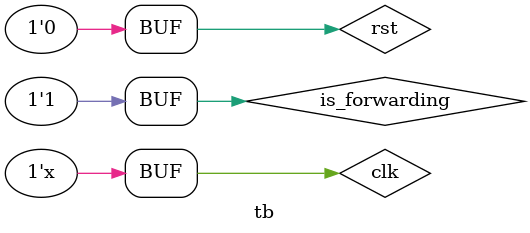
<source format=sv>
`timescale 1ns/1ns
module tb();
  
  logic rst,clk, is_forwarding;  
  
  TopModule uut(clk, rst, is_forwarding);
  
  initial begin
    clk = 1;
  end
  
  always
    #10 clk = !clk;
  

  initial begin
   rst =  1;
   is_forwarding = 1;
   #50
   rst = 0;

   
  end
endmodule


</source>
